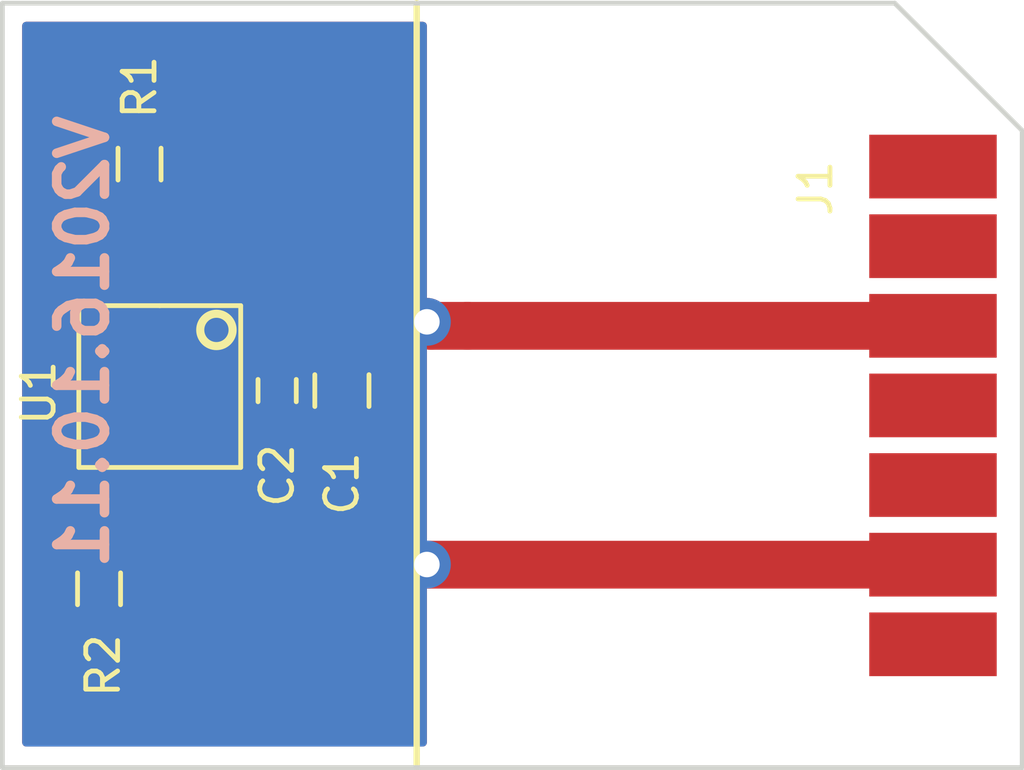
<source format=kicad_pcb>
(kicad_pcb (version 4) (host pcbnew 4.0.4+e1-6308~48~ubuntu16.04.1-stable)

  (general
    (links 15)
    (no_connects 12)
    (area 133.924999 93.424999 166.075001 117.575001)
    (thickness 1.6)
    (drawings 7)
    (tracks 13)
    (zones 0)
    (modules 6)
    (nets 9)
  )

  (page A4)
  (layers
    (0 F.Cu signal)
    (31 B.Cu signal)
    (32 B.Adhes user)
    (33 F.Adhes user)
    (34 B.Paste user)
    (35 F.Paste user)
    (36 B.SilkS user)
    (37 F.SilkS user)
    (38 B.Mask user)
    (39 F.Mask user)
    (40 Dwgs.User user)
    (41 Cmts.User user)
    (42 Eco1.User user)
    (43 Eco2.User user)
    (44 Edge.Cuts user)
    (45 Margin user)
    (46 B.CrtYd user)
    (47 F.CrtYd user)
    (48 B.Fab user)
    (49 F.Fab user)
  )

  (setup
    (last_trace_width 0.4)
    (user_trace_width 0.4)
    (user_trace_width 0.6)
    (user_trace_width 0.8)
    (user_trace_width 1)
    (user_trace_width 1.5)
    (trace_clearance 0.2)
    (zone_clearance 0.508)
    (zone_45_only no)
    (trace_min 0.1524)
    (segment_width 0.2)
    (edge_width 0.15)
    (via_size 0.6)
    (via_drill 0.4)
    (via_min_size 0.35)
    (via_min_drill 0.35)
    (user_via 0.5 0.35)
    (user_via 0.6 0.4)
    (user_via 0.8 0.6)
    (user_via 1 0.8)
    (user_via 1.7 1.5)
    (uvia_size 0.3)
    (uvia_drill 0.1)
    (uvias_allowed no)
    (uvia_min_size 0.2)
    (uvia_min_drill 0.1)
    (pcb_text_width 0.3)
    (pcb_text_size 1.5 1.5)
    (mod_edge_width 0.15)
    (mod_text_size 1 1)
    (mod_text_width 0.15)
    (pad_size 1.524 1.524)
    (pad_drill 0.762)
    (pad_to_mask_clearance 0.2)
    (aux_axis_origin 0 0)
    (visible_elements FFFFFF7F)
    (pcbplotparams
      (layerselection 0x00030_80000001)
      (usegerberextensions false)
      (excludeedgelayer true)
      (linewidth 0.100000)
      (plotframeref false)
      (viasonmask false)
      (mode 1)
      (useauxorigin false)
      (hpglpennumber 1)
      (hpglpenspeed 20)
      (hpglpendiameter 15)
      (hpglpenoverlay 2)
      (psnegative false)
      (psa4output false)
      (plotreference true)
      (plotvalue true)
      (plotinvisibletext false)
      (padsonsilk false)
      (subtractmaskfromsilk false)
      (outputformat 1)
      (mirror false)
      (drillshape 1)
      (scaleselection 1)
      (outputdirectory ""))
  )

  (net 0 "")
  (net 1 GND)
  (net 2 +3V3)
  (net 3 CS)
  (net 4 DI)
  (net 5 SCLK)
  (net 6 DO)
  (net 7 "Net-(R1-Pad1)")
  (net 8 "Net-(R2-Pad2)")

  (net_class Default "This is the default net class."
    (clearance 0.2)
    (trace_width 0.25)
    (via_dia 0.6)
    (via_drill 0.4)
    (uvia_dia 0.3)
    (uvia_drill 0.1)
    (add_net +3V3)
    (add_net CS)
    (add_net DI)
    (add_net DO)
    (add_net GND)
    (add_net "Net-(R1-Pad1)")
    (add_net "Net-(R2-Pad2)")
    (add_net SCLK)
  )

  (module SquantorPcbOutline:SD_CARD_connector locked (layer F.Cu) (tedit 57FB8582) (tstamp 57FB8117)
    (at 163.2 106.13)
    (path /57FB7E61)
    (fp_text reference J1 (at -3.688 -6.816 90) (layer F.SilkS)
      (effects (font (size 1 1) (thickness 0.15)))
    )
    (fp_text value SD_CARD_connector (at -3.942 1.82 270) (layer F.Fab)
      (effects (font (size 1 1) (thickness 0.15)))
    )
    (pad 1 smd rect (at 0 -7.5 90) (size 2 4) (layers F.Cu F.Paste F.Mask)
      (net 3 CS))
    (pad 2 smd rect (at 0 -5 90) (size 2 4) (layers F.Cu F.Paste F.Mask)
      (net 4 DI))
    (pad 3 smd rect (at 0 -2.5 90) (size 2 4) (layers F.Cu F.Paste F.Mask)
      (net 1 GND))
    (pad 4 smd rect (at 0 0 90) (size 2 4) (layers F.Cu F.Paste F.Mask)
      (net 2 +3V3))
    (pad 5 smd rect (at 0 2.5 90) (size 2 4) (layers F.Cu F.Paste F.Mask)
      (net 5 SCLK))
    (pad 6 smd rect (at 0 5 90) (size 2 4) (layers F.Cu F.Paste F.Mask)
      (net 1 GND))
    (pad 7 smd rect (at 0 7.5 90) (size 2 4) (layers F.Cu F.Paste F.Mask)
      (net 6 DO))
  )

  (module Capacitors_SMD:C_0805 (layer F.Cu) (tedit 57FD182A) (tstamp 57FB850F)
    (at 144.653 105.664 270)
    (descr "Capacitor SMD 0805, reflow soldering, AVX (see smccp.pdf)")
    (tags "capacitor 0805")
    (path /57FB81C5)
    (attr smd)
    (fp_text reference C1 (at 2.921 0 270) (layer F.SilkS)
      (effects (font (size 1 1) (thickness 0.15)))
    )
    (fp_text value 1u (at 0 0 270) (layer F.Fab)
      (effects (font (size 1 1) (thickness 0.15)))
    )
    (fp_line (start -1 0.625) (end -1 -0.625) (layer F.Fab) (width 0.15))
    (fp_line (start 1 0.625) (end -1 0.625) (layer F.Fab) (width 0.15))
    (fp_line (start 1 -0.625) (end 1 0.625) (layer F.Fab) (width 0.15))
    (fp_line (start -1 -0.625) (end 1 -0.625) (layer F.Fab) (width 0.15))
    (fp_line (start -1.8 -1) (end 1.8 -1) (layer F.CrtYd) (width 0.05))
    (fp_line (start -1.8 1) (end 1.8 1) (layer F.CrtYd) (width 0.05))
    (fp_line (start -1.8 -1) (end -1.8 1) (layer F.CrtYd) (width 0.05))
    (fp_line (start 1.8 -1) (end 1.8 1) (layer F.CrtYd) (width 0.05))
    (fp_line (start 0.5 -0.85) (end -0.5 -0.85) (layer F.SilkS) (width 0.15))
    (fp_line (start -0.5 0.85) (end 0.5 0.85) (layer F.SilkS) (width 0.15))
    (pad 1 smd rect (at -1 0 270) (size 1 1.25) (layers F.Cu F.Paste F.Mask)
      (net 2 +3V3))
    (pad 2 smd rect (at 1 0 270) (size 1 1.25) (layers F.Cu F.Paste F.Mask)
      (net 1 GND))
    (model Capacitors_SMD.3dshapes/C_0805.wrl
      (at (xyz 0 0 0))
      (scale (xyz 1 1 1))
      (rotate (xyz 0 0 0))
    )
  )

  (module Capacitors_SMD:C_0603 (layer F.Cu) (tedit 57FD182D) (tstamp 57FB8514)
    (at 142.621 105.664 270)
    (descr "Capacitor SMD 0603, reflow soldering, AVX (see smccp.pdf)")
    (tags "capacitor 0603")
    (path /57FB8208)
    (attr smd)
    (fp_text reference C2 (at 2.667 0 270) (layer F.SilkS)
      (effects (font (size 1 1) (thickness 0.15)))
    )
    (fp_text value 100n (at -0.127 0 270) (layer F.Fab)
      (effects (font (size 1 1) (thickness 0.15)))
    )
    (fp_line (start -0.8 0.4) (end -0.8 -0.4) (layer F.Fab) (width 0.15))
    (fp_line (start 0.8 0.4) (end -0.8 0.4) (layer F.Fab) (width 0.15))
    (fp_line (start 0.8 -0.4) (end 0.8 0.4) (layer F.Fab) (width 0.15))
    (fp_line (start -0.8 -0.4) (end 0.8 -0.4) (layer F.Fab) (width 0.15))
    (fp_line (start -1.45 -0.75) (end 1.45 -0.75) (layer F.CrtYd) (width 0.05))
    (fp_line (start -1.45 0.75) (end 1.45 0.75) (layer F.CrtYd) (width 0.05))
    (fp_line (start -1.45 -0.75) (end -1.45 0.75) (layer F.CrtYd) (width 0.05))
    (fp_line (start 1.45 -0.75) (end 1.45 0.75) (layer F.CrtYd) (width 0.05))
    (fp_line (start -0.35 -0.6) (end 0.35 -0.6) (layer F.SilkS) (width 0.15))
    (fp_line (start 0.35 0.6) (end -0.35 0.6) (layer F.SilkS) (width 0.15))
    (pad 1 smd rect (at -0.75 0 270) (size 0.8 0.75) (layers F.Cu F.Paste F.Mask)
      (net 2 +3V3))
    (pad 2 smd rect (at 0.75 0 270) (size 0.8 0.75) (layers F.Cu F.Paste F.Mask)
      (net 1 GND))
    (model Capacitors_SMD.3dshapes/C_0603.wrl
      (at (xyz 0 0 0))
      (scale (xyz 1 1 1))
      (rotate (xyz 0 0 0))
    )
  )

  (module Resistors_SMD:R_0603 (layer F.Cu) (tedit 57FD1825) (tstamp 57FC0114)
    (at 138.303 98.552 90)
    (descr "Resistor SMD 0603, reflow soldering, Vishay (see dcrcw.pdf)")
    (tags "resistor 0603")
    (path /57FC007B)
    (attr smd)
    (fp_text reference R1 (at 2.413 0 90) (layer F.SilkS)
      (effects (font (size 1 1) (thickness 0.15)))
    )
    (fp_text value 10K (at 0 0 90) (layer F.Fab)
      (effects (font (size 1 1) (thickness 0.15)))
    )
    (fp_line (start -1.3 -0.8) (end 1.3 -0.8) (layer F.CrtYd) (width 0.05))
    (fp_line (start -1.3 0.8) (end 1.3 0.8) (layer F.CrtYd) (width 0.05))
    (fp_line (start -1.3 -0.8) (end -1.3 0.8) (layer F.CrtYd) (width 0.05))
    (fp_line (start 1.3 -0.8) (end 1.3 0.8) (layer F.CrtYd) (width 0.05))
    (fp_line (start 0.5 0.675) (end -0.5 0.675) (layer F.SilkS) (width 0.15))
    (fp_line (start -0.5 -0.675) (end 0.5 -0.675) (layer F.SilkS) (width 0.15))
    (pad 1 smd rect (at -0.75 0 90) (size 0.5 0.9) (layers F.Cu F.Paste F.Mask)
      (net 7 "Net-(R1-Pad1)"))
    (pad 2 smd rect (at 0.75 0 90) (size 0.5 0.9) (layers F.Cu F.Paste F.Mask)
      (net 2 +3V3))
    (model Resistors_SMD.3dshapes/R_0603.wrl
      (at (xyz 0 0 0))
      (scale (xyz 1 1 1))
      (rotate (xyz 0 0 0))
    )
  )

  (module Resistors_SMD:R_0603 (layer F.Cu) (tedit 57FD183C) (tstamp 57FC011A)
    (at 137.033 111.887 90)
    (descr "Resistor SMD 0603, reflow soldering, Vishay (see dcrcw.pdf)")
    (tags "resistor 0603")
    (path /57FC027B)
    (attr smd)
    (fp_text reference R2 (at -2.413 0.127 90) (layer F.SilkS)
      (effects (font (size 1 1) (thickness 0.15)))
    )
    (fp_text value 10k (at 0.127 0.127 90) (layer F.Fab)
      (effects (font (size 1 1) (thickness 0.15)))
    )
    (fp_line (start -1.3 -0.8) (end 1.3 -0.8) (layer F.CrtYd) (width 0.05))
    (fp_line (start -1.3 0.8) (end 1.3 0.8) (layer F.CrtYd) (width 0.05))
    (fp_line (start -1.3 -0.8) (end -1.3 0.8) (layer F.CrtYd) (width 0.05))
    (fp_line (start 1.3 -0.8) (end 1.3 0.8) (layer F.CrtYd) (width 0.05))
    (fp_line (start 0.5 0.675) (end -0.5 0.675) (layer F.SilkS) (width 0.15))
    (fp_line (start -0.5 -0.675) (end 0.5 -0.675) (layer F.SilkS) (width 0.15))
    (pad 1 smd rect (at -0.75 0 90) (size 0.5 0.9) (layers F.Cu F.Paste F.Mask)
      (net 2 +3V3))
    (pad 2 smd rect (at 0.75 0 90) (size 0.5 0.9) (layers F.Cu F.Paste F.Mask)
      (net 8 "Net-(R2-Pad2)"))
    (model Resistors_SMD.3dshapes/R_0603.wrl
      (at (xyz 0 0 0))
      (scale (xyz 1 1 1))
      (rotate (xyz 0 0 0))
    )
  )

  (module SquantorAtmel:AT45DBXXX (layer F.Cu) (tedit 580119B1) (tstamp 58011BCD)
    (at 138.938 105.537 270)
    (path /58011846)
    (fp_text reference U1 (at 0.2 3.8 270) (layer F.SilkS)
      (effects (font (size 1 1) (thickness 0.15)))
    )
    (fp_text value AT45DBXXX (at 0.2 -3.6 270) (layer F.Fab)
      (effects (font (size 1 1) (thickness 0.15)))
    )
    (fp_circle (center -1.778 -1.778) (end -1.27 -1.778) (layer F.SilkS) (width 0.254))
    (fp_line (start 2.54 -1.905) (end 3.81 -1.905) (layer F.Fab) (width 0.42))
    (fp_line (start 2.54 -0.635) (end 3.81 -0.635) (layer F.Fab) (width 0.42))
    (fp_line (start 2.54 0.635) (end 3.81 0.635) (layer F.Fab) (width 0.42))
    (fp_line (start 2.54 1.905) (end 3.81 1.905) (layer F.Fab) (width 0.42))
    (fp_line (start -2.54 1.905) (end -3.81 1.905) (layer F.Fab) (width 0.42))
    (fp_line (start -2.54 0.635) (end -3.81 0.635) (layer F.Fab) (width 0.42))
    (fp_line (start -2.54 -0.635) (end -3.81 -0.635) (layer F.Fab) (width 0.42))
    (fp_line (start -2.54 -1.905) (end -3.81 -1.905) (layer F.Fab) (width 0.42))
    (fp_line (start -2.54 0) (end -2.54 -2.54) (layer F.SilkS) (width 0.15))
    (fp_line (start -2.54 -2.54) (end 2.54 -2.54) (layer F.SilkS) (width 0.15))
    (fp_line (start 2.54 -2.54) (end 2.54 2.54) (layer F.SilkS) (width 0.15))
    (fp_line (start 2.54 2.54) (end -2.54 2.54) (layer F.SilkS) (width 0.15))
    (fp_line (start -2.54 2.54) (end -2.54 0) (layer F.SilkS) (width 0.15))
    (pad 3 smd rect (at -3.81 0.635 270) (size 1.3 0.6) (layers F.Cu F.Paste F.Mask)
      (net 7 "Net-(R1-Pad1)"))
    (pad 2 smd rect (at -3.81 -0.635 270) (size 1.3 0.6) (layers F.Cu F.Paste F.Mask)
      (net 5 SCLK))
    (pad 1 smd rect (at -3.81 -1.905 270) (size 1.3 0.6) (layers F.Cu F.Paste F.Mask)
      (net 4 DI))
    (pad 4 smd rect (at -3.81 1.905 270) (size 1.3 0.6) (layers F.Cu F.Paste F.Mask)
      (net 3 CS))
    (pad 5 smd rect (at 3.81 1.905 270) (size 1.3 0.6) (layers F.Cu F.Paste F.Mask)
      (net 8 "Net-(R2-Pad2)"))
    (pad 6 smd rect (at 3.81 0.635 270) (size 1.3 0.6) (layers F.Cu F.Paste F.Mask)
      (net 2 +3V3))
    (pad 7 smd rect (at 3.81 -0.635 270) (size 1.3 0.6) (layers F.Cu F.Paste F.Mask)
      (net 1 GND))
    (pad 8 smd rect (at 3.81 -1.905 270) (size 1.3 0.6) (layers F.Cu F.Paste F.Mask)
      (net 6 DO))
  )

  (gr_text V2016.10.11 (at 136.525 104.14 90) (layer B.SilkS)
    (effects (font (size 1.5 1.5) (thickness 0.3)) (justify mirror))
  )
  (gr_line (start 147 93.5) (end 147 117.5) (angle 90) (layer F.SilkS) (width 0.2))
  (gr_line (start 134 93.5) (end 134 117.5) (angle 90) (layer Edge.Cuts) (width 0.15))
  (gr_line (start 162 93.5) (end 134 93.5) (angle 90) (layer Edge.Cuts) (width 0.15))
  (gr_line (start 166 97.5) (end 162 93.5) (angle 90) (layer Edge.Cuts) (width 0.15))
  (gr_line (start 166 117.5) (end 166 97.5) (angle 90) (layer Edge.Cuts) (width 0.15))
  (gr_line (start 134 117.5) (end 166 117.5) (angle 90) (layer Edge.Cuts) (width 0.15))

  (segment (start 163.2 111.13) (end 147.325 111.13) (width 1.5) (layer F.Cu) (net 1))
  (segment (start 147.445 103.63) (end 148.59 103.63) (width 1.5) (layer F.Cu) (net 1) (tstamp 57FC03A5))
  (segment (start 147.32 103.505) (end 147.445 103.63) (width 1.5) (layer F.Cu) (net 1) (tstamp 57FC03A4))
  (via (at 147.32 103.505) (size 1) (drill 0.8) (layers F.Cu B.Cu) (net 1))
  (segment (start 146.05 103.505) (end 147.32 103.505) (width 1.5) (layer B.Cu) (net 1) (tstamp 57FC039C))
  (segment (start 146.05 111.125) (end 146.05 103.505) (width 1.5) (layer B.Cu) (net 1) (tstamp 57FC0396))
  (segment (start 147.32 111.125) (end 146.05 111.125) (width 1.5) (layer B.Cu) (net 1) (tstamp 57FC0395))
  (via (at 147.32 111.125) (size 1) (drill 0.8) (layers F.Cu B.Cu) (net 1))
  (segment (start 147.325 111.13) (end 147.32 111.125) (width 1.5) (layer F.Cu) (net 1) (tstamp 57FC038A))
  (segment (start 163.2 103.63) (end 148.59 103.63) (width 1.5) (layer F.Cu) (net 1) (status 10))
  (segment (start 163.2 101.13) (end 162.908 100.838) (width 0.6) (layer F.Cu) (net 4))
  (segment (start 163.2 108.63) (end 162.61 109.22) (width 0.6) (layer F.Cu) (net 5))
  (segment (start 163.2 113.63) (end 162.854 113.284) (width 0.6) (layer F.Cu) (net 6))

  (zone (net 1) (net_name GND) (layer F.Cu) (tstamp 57FB8422) (hatch edge 0.508)
    (connect_pads (clearance 0.508))
    (min_thickness 0.254)
    (fill yes (arc_segments 16) (thermal_gap 0.508) (thermal_bridge_width 0.508))
    (polygon
      (pts
        (xy 147.32 116.84) (xy 134.62 116.84) (xy 134.62 93.98) (xy 147.32 93.98)
      )
    )
    (filled_polygon
      (pts
        (xy 147.193 116.713) (xy 134.747 116.713) (xy 134.747 110.887) (xy 135.93556 110.887) (xy 135.93556 111.387)
        (xy 135.979838 111.622317) (xy 136.11891 111.838441) (xy 136.188711 111.886134) (xy 136.131559 111.92291) (xy 135.986569 112.13511)
        (xy 135.93556 112.387) (xy 135.93556 112.887) (xy 135.979838 113.122317) (xy 136.11891 113.338441) (xy 136.33111 113.483431)
        (xy 136.583 113.53444) (xy 137.483 113.53444) (xy 137.718317 113.490162) (xy 137.934441 113.35109) (xy 138.079431 113.13889)
        (xy 138.13044 112.887) (xy 138.13044 112.387) (xy 138.086162 112.151683) (xy 137.94709 111.935559) (xy 137.877289 111.887866)
        (xy 137.934441 111.85109) (xy 138.079431 111.63889) (xy 138.13044 111.387) (xy 138.13044 110.887) (xy 138.086162 110.651683)
        (xy 138.081501 110.64444) (xy 138.603 110.64444) (xy 138.838317 110.600162) (xy 138.92898 110.541822) (xy 139.14669 110.632)
        (xy 139.28725 110.632) (xy 139.446 110.47325) (xy 139.446 109.474) (xy 139.426 109.474) (xy 139.426 109.22)
        (xy 139.446 109.22) (xy 139.446 108.22075) (xy 139.7 108.22075) (xy 139.7 109.22) (xy 139.72 109.22)
        (xy 139.72 109.474) (xy 139.7 109.474) (xy 139.7 110.47325) (xy 139.85875 110.632) (xy 139.99931 110.632)
        (xy 140.216122 110.542194) (xy 140.29111 110.593431) (xy 140.543 110.64444) (xy 141.143 110.64444) (xy 141.378317 110.600162)
        (xy 141.594441 110.46109) (xy 141.739431 110.24889) (xy 141.79044 109.997) (xy 141.79044 108.697) (xy 141.746162 108.461683)
        (xy 141.60709 108.245559) (xy 141.39489 108.100569) (xy 141.143 108.04956) (xy 140.543 108.04956) (xy 140.307683 108.093838)
        (xy 140.21702 108.152178) (xy 139.99931 108.062) (xy 139.85875 108.062) (xy 139.7 108.22075) (xy 139.446 108.22075)
        (xy 139.28725 108.062) (xy 139.14669 108.062) (xy 138.929878 108.151806) (xy 138.85489 108.100569) (xy 138.603 108.04956)
        (xy 138.003 108.04956) (xy 137.767683 108.093838) (xy 137.668472 108.157678) (xy 137.58489 108.100569) (xy 137.333 108.04956)
        (xy 136.733 108.04956) (xy 136.497683 108.093838) (xy 136.281559 108.23291) (xy 136.136569 108.44511) (xy 136.08556 108.697)
        (xy 136.08556 109.997) (xy 136.129838 110.232317) (xy 136.217073 110.367883) (xy 136.131559 110.42291) (xy 135.986569 110.63511)
        (xy 135.93556 110.887) (xy 134.747 110.887) (xy 134.747 106.69975) (xy 141.611 106.69975) (xy 141.611 106.940309)
        (xy 141.707673 107.173698) (xy 141.886301 107.352327) (xy 142.11969 107.449) (xy 142.33525 107.449) (xy 142.494 107.29025)
        (xy 142.494 106.541) (xy 141.76975 106.541) (xy 141.611 106.69975) (xy 134.747 106.69975) (xy 134.747 104.514)
        (xy 141.59856 104.514) (xy 141.59856 105.314) (xy 141.642838 105.549317) (xy 141.709329 105.652646) (xy 141.707673 105.654302)
        (xy 141.611 105.887691) (xy 141.611 106.12825) (xy 141.76975 106.287) (xy 142.494 106.287) (xy 142.494 106.267)
        (xy 142.748 106.267) (xy 142.748 106.287) (xy 142.768 106.287) (xy 142.768 106.541) (xy 142.748 106.541)
        (xy 142.748 107.29025) (xy 142.90675 107.449) (xy 143.12231 107.449) (xy 143.355699 107.352327) (xy 143.400239 107.307786)
        (xy 143.489673 107.523698) (xy 143.668301 107.702327) (xy 143.90169 107.799) (xy 144.36725 107.799) (xy 144.526 107.64025)
        (xy 144.526 106.791) (xy 144.78 106.791) (xy 144.78 107.64025) (xy 144.93875 107.799) (xy 145.40431 107.799)
        (xy 145.637699 107.702327) (xy 145.816327 107.523698) (xy 145.913 107.290309) (xy 145.913 106.94975) (xy 145.75425 106.791)
        (xy 144.78 106.791) (xy 144.526 106.791) (xy 144.506 106.791) (xy 144.506 106.537) (xy 144.526 106.537)
        (xy 144.526 106.517) (xy 144.78 106.517) (xy 144.78 106.537) (xy 145.75425 106.537) (xy 145.913 106.37825)
        (xy 145.913 106.037691) (xy 145.816327 105.804302) (xy 145.67509 105.663064) (xy 145.729441 105.62809) (xy 145.874431 105.41589)
        (xy 145.92544 105.164) (xy 145.92544 104.164) (xy 145.881162 103.928683) (xy 145.74209 103.712559) (xy 145.52989 103.567569)
        (xy 145.278 103.51656) (xy 144.028 103.51656) (xy 143.792683 103.560838) (xy 143.576559 103.69991) (xy 143.431569 103.91211)
        (xy 143.408272 104.027153) (xy 143.24789 103.917569) (xy 142.996 103.86656) (xy 142.246 103.86656) (xy 142.010683 103.910838)
        (xy 141.794559 104.04991) (xy 141.649569 104.26211) (xy 141.59856 104.514) (xy 134.747 104.514) (xy 134.747 101.077)
        (xy 136.08556 101.077) (xy 136.08556 102.377) (xy 136.129838 102.612317) (xy 136.26891 102.828441) (xy 136.48111 102.973431)
        (xy 136.733 103.02444) (xy 137.333 103.02444) (xy 137.568317 102.980162) (xy 137.667528 102.916322) (xy 137.75111 102.973431)
        (xy 138.003 103.02444) (xy 138.603 103.02444) (xy 138.838317 102.980162) (xy 138.937528 102.916322) (xy 139.02111 102.973431)
        (xy 139.273 103.02444) (xy 139.873 103.02444) (xy 140.108317 102.980162) (xy 140.207528 102.916322) (xy 140.29111 102.973431)
        (xy 140.543 103.02444) (xy 141.143 103.02444) (xy 141.378317 102.980162) (xy 141.594441 102.84109) (xy 141.739431 102.62889)
        (xy 141.79044 102.377) (xy 141.79044 101.077) (xy 141.746162 100.841683) (xy 141.60709 100.625559) (xy 141.39489 100.480569)
        (xy 141.143 100.42956) (xy 140.543 100.42956) (xy 140.307683 100.473838) (xy 140.208472 100.537678) (xy 140.12489 100.480569)
        (xy 139.873 100.42956) (xy 139.273 100.42956) (xy 139.037683 100.473838) (xy 138.938472 100.537678) (xy 138.85489 100.480569)
        (xy 138.603 100.42956) (xy 138.003 100.42956) (xy 137.767683 100.473838) (xy 137.668472 100.537678) (xy 137.58489 100.480569)
        (xy 137.333 100.42956) (xy 136.733 100.42956) (xy 136.497683 100.473838) (xy 136.281559 100.61291) (xy 136.136569 100.82511)
        (xy 136.08556 101.077) (xy 134.747 101.077) (xy 134.747 97.552) (xy 137.20556 97.552) (xy 137.20556 98.052)
        (xy 137.249838 98.287317) (xy 137.38891 98.503441) (xy 137.458711 98.551134) (xy 137.401559 98.58791) (xy 137.256569 98.80011)
        (xy 137.20556 99.052) (xy 137.20556 99.552) (xy 137.249838 99.787317) (xy 137.38891 100.003441) (xy 137.60111 100.148431)
        (xy 137.853 100.19944) (xy 138.753 100.19944) (xy 138.988317 100.155162) (xy 139.204441 100.01609) (xy 139.349431 99.80389)
        (xy 139.40044 99.552) (xy 139.40044 99.052) (xy 139.356162 98.816683) (xy 139.21709 98.600559) (xy 139.147289 98.552866)
        (xy 139.204441 98.51609) (xy 139.349431 98.30389) (xy 139.40044 98.052) (xy 139.40044 97.552) (xy 139.356162 97.316683)
        (xy 139.21709 97.100559) (xy 139.00489 96.955569) (xy 138.753 96.90456) (xy 137.853 96.90456) (xy 137.617683 96.948838)
        (xy 137.401559 97.08791) (xy 137.256569 97.30011) (xy 137.20556 97.552) (xy 134.747 97.552) (xy 134.747 94.21)
        (xy 147.193 94.21)
      )
    )
  )
  (zone (net 1) (net_name GND) (layer B.Cu) (tstamp 57FC02AF) (hatch edge 0.508)
    (connect_pads (clearance 0.508))
    (min_thickness 0.254)
    (fill yes (arc_segments 16) (thermal_gap 0.508) (thermal_bridge_width 0.508))
    (polygon
      (pts
        (xy 134.62 93.98) (xy 147.32 93.98) (xy 147.32 116.84) (xy 134.62 116.84)
      )
    )
    (filled_polygon
      (pts
        (xy 147.193 116.713) (xy 134.747 116.713) (xy 134.747 94.21) (xy 147.193 94.21)
      )
    )
  )
)

</source>
